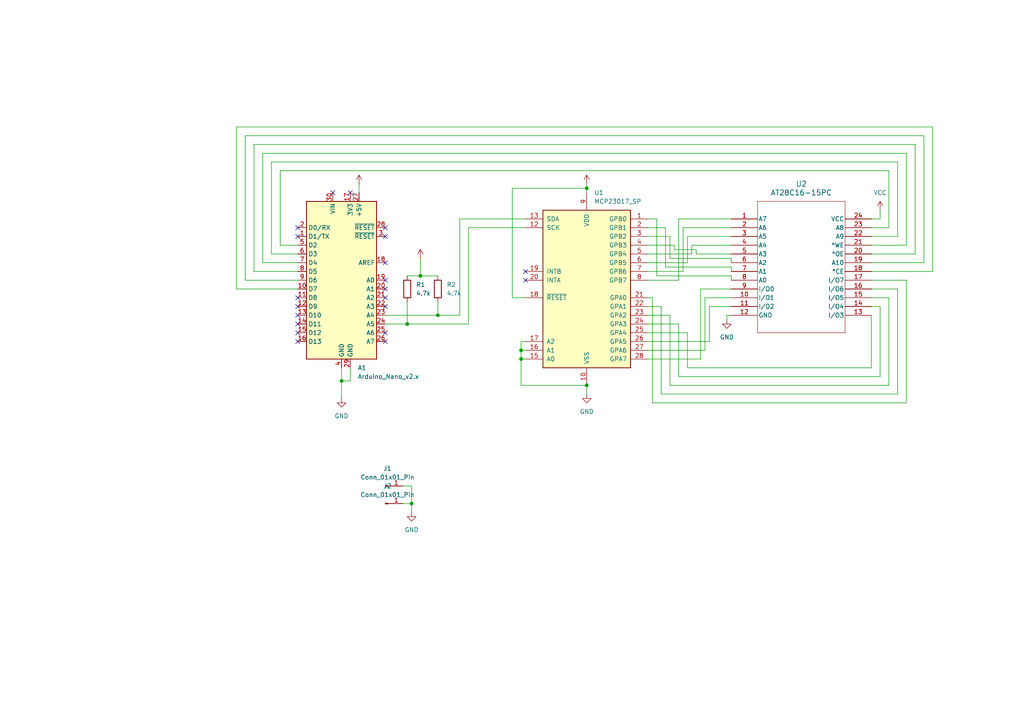
<source format=kicad_sch>
(kicad_sch (version 20250114) (generator "eeschema") (generator_version "9.0")
  (paper "A4")
  (lib_symbols
    (symbol "28C16A:AT28C16-15PC" (pin_names (offset 0.254))
      (property "Reference" "U" (at 20.32 10.16 0))
      (property "Value" "AT28C16-15PC" (at 20.32 7.62 0))
      (symbol "AT28C16-15PC_0_1"
        (polyline (pts (xy 7.62 5.08) (xy 7.62 -33.02)) (stroke (width 0.127)))
        (polyline (pts (xy 7.62 -33.02) (xy 33.02 -33.02)) (stroke (width 0.127)))
        (polyline (pts (xy 33.02 5.08) (xy 7.62 5.08)) (stroke (width 0.127)))
        (polyline (pts (xy 33.02 -33.02) (xy 33.02 5.08)) (stroke (width 0.127)))
        (pin bidirectional line (at 0 0 0) (length 7.62) (name "A7") (number "1"))
        (pin bidirectional line (at 0 -2.54 0) (length 7.62) (name "A6") (number "2"))
        (pin bidirectional line (at 0 -5.08 0) (length 7.62) (name "A5") (number "3"))
        (pin bidirectional line (at 0 -7.62 0) (length 7.62) (name "A4") (number "4"))
        (pin bidirectional line (at 0 -10.16 0) (length 7.62) (name "A3") (number "5"))
        (pin bidirectional line (at 0 -12.7 0) (length 7.62) (name "A2") (number "6"))
        (pin bidirectional line (at 0 -15.24 0) (length 7.62) (name "A1") (number "7"))
        (pin bidirectional line (at 0 -17.78 0) (length 7.62) (name "A0") (number "8"))
        (pin bidirectional line (at 0 -20.32 0) (length 7.62) (name "I/O0") (number "9"))
        (pin bidirectional line (at 0 -22.86 0) (length 7.62) (name "I/O1") (number "10"))
        (pin bidirectional line (at 0 -25.4 0) (length 7.62) (name "I/O2") (number "11"))
        (pin power_out line (at 0 -27.94 0) (length 7.62) (name "GND") (number "12"))
        (pin power_in line (at 40.64 0 180) (length 7.62) (name "VCC") (number "24"))
        (pin bidirectional line (at 40.64 -2.54 180) (length 7.62) (name "A8") (number "23"))
        (pin bidirectional line (at 40.64 -5.08 180) (length 7.62) (name "A9") (number "22"))
        (pin unspecified line (at 40.64 -7.62 180) (length 7.62) (name "*WE") (number "21"))
        (pin output line (at 40.64 -10.16 180) (length 7.62) (name "*OE") (number "20"))
        (pin bidirectional line (at 40.64 -12.7 180) (length 7.62) (name "A10") (number "19"))
        (pin unspecified line (at 40.64 -15.24 180) (length 7.62) (name "*CE") (number "18"))
        (pin bidirectional line (at 40.64 -17.78 180) (length 7.62) (name "I/O7") (number "17"))
        (pin bidirectional line (at 40.64 -20.32 180) (length 7.62) (name "I/O6") (number "16"))
        (pin bidirectional line (at 40.64 -22.86 180) (length 7.62) (name "I/O5") (number "15"))
        (pin bidirectional line (at 40.64 -25.4 180) (length 7.62) (name "I/O4") (number "14"))
        (pin bidirectional line (at 40.64 -27.94 180) (length 7.62) (name "I/O3") (number "13"))
      )
    )
    (symbol "Connector:Conn_01x01_Pin" (pin_names (offset 1.016) (hide yes))
      (property "Reference" "J" (at 0 2.54 0))
      (property "Value" "Conn_01x01_Pin" (at 0 -2.54 0))
      (symbol "Conn_01x01_Pin_1_1"
        (rectangle (start 0.8636 0.127) (end 0 -0.127) (stroke (width 0.1524)) (fill (type outline)))
        (polyline (pts (xy 1.27 0) (xy 0.8636 0)) (stroke (width 0.1524)))
        (pin passive line (at 5.08 0 180) (length 3.81) (name "Pin_1") (number "1"))
      )
    )
    (symbol "Device:R" (pin_numbers (hide yes)) (pin_names (offset 0))
      (property "Reference" "R" (at 2.032 0 90))
      (property "Value" "R" (at 0 0 90))
      (symbol "R_0_1"
        (rectangle (start -1.016 -2.54) (end 1.016 2.54) (stroke (width 0.254)))
      )
      (symbol "R_1_1"
        (pin passive line (at 0 3.81 270) (length 1.27) (name "~") (number "1"))
        (pin passive line (at 0 -3.81 90) (length 1.27) (name "~") (number "2"))
      )
    )
    (symbol "Interface_Expansion:MCP23017_SP" (pin_names (offset 1.016))
      (property "Reference" "U" (at -11.43 24.13 0))
      (property "Value" "MCP23017_SP" (at 0 0 0))
      (symbol "MCP23017_SP_0_1"
        (rectangle (start -12.7 22.86) (end 12.7 -22.86) (stroke (width 0.254)) (fill (type background)))
      )
      (symbol "MCP23017_SP_1_1"
        (pin bidirectional line (at -17.78 20.32 0) (length 5.08) (name "SDA") (number "13"))
        (pin input line (at -17.78 17.78 0) (length 5.08) (name "SCK") (number "12"))
        (pin tri_state line (at -17.78 5.08 0) (length 5.08) (name "INTB") (number "19"))
        (pin tri_state line (at -17.78 2.54 0) (length 5.08) (name "INTA") (number "20"))
        (pin input line (at -17.78 -2.54 0) (length 5.08) (name "~{RESET}") (number "18"))
        (pin input line (at -17.78 -15.24 0) (length 5.08) (name "A2") (number "17"))
        (pin input line (at -17.78 -17.78 0) (length 5.08) (name "A1") (number "16"))
        (pin input line (at -17.78 -20.32 0) (length 5.08) (name "A0") (number "15"))
        (pin no_connect line (at -12.7 15.24 0) (length 5.08) (hide yes) (name "NC") (number "11"))
        (pin no_connect line (at -12.7 12.7 0) (length 5.08) (hide yes) (name "NC") (number "14"))
        (pin power_in line (at 0 27.94 270) (length 5.08) (name "VDD") (number "9"))
        (pin power_in line (at 0 -27.94 90) (length 5.08) (name "VSS") (number "10"))
        (pin bidirectional line (at 17.78 20.32 180) (length 5.08) (name "GPB0") (number "1"))
        (pin bidirectional line (at 17.78 17.78 180) (length 5.08) (name "GPB1") (number "2"))
        (pin bidirectional line (at 17.78 15.24 180) (length 5.08) (name "GPB2") (number "3"))
        (pin bidirectional line (at 17.78 12.7 180) (length 5.08) (name "GPB3") (number "4"))
        (pin bidirectional line (at 17.78 10.16 180) (length 5.08) (name "GPB4") (number "5"))
        (pin bidirectional line (at 17.78 7.62 180) (length 5.08) (name "GPB5") (number "6"))
        (pin bidirectional line (at 17.78 5.08 180) (length 5.08) (name "GPB6") (number "7"))
        (pin output line (at 17.78 2.54 180) (length 5.08) (name "GPB7") (number "8"))
        (pin bidirectional line (at 17.78 -2.54 180) (length 5.08) (name "GPA0") (number "21"))
        (pin bidirectional line (at 17.78 -5.08 180) (length 5.08) (name "GPA1") (number "22"))
        (pin bidirectional line (at 17.78 -7.62 180) (length 5.08) (name "GPA2") (number "23"))
        (pin bidirectional line (at 17.78 -10.16 180) (length 5.08) (name "GPA3") (number "24"))
        (pin bidirectional line (at 17.78 -12.7 180) (length 5.08) (name "GPA4") (number "25"))
        (pin bidirectional line (at 17.78 -15.24 180) (length 5.08) (name "GPA5") (number "26"))
        (pin bidirectional line (at 17.78 -17.78 180) (length 5.08) (name "GPA6") (number "27"))
        (pin output line (at 17.78 -20.32 180) (length 5.08) (name "GPA7") (number "28"))
      )
    )
    (symbol "MCU_Module:Arduino_Nano_v2.x"
      (property "Reference" "A" (at -10.16 23.495 0))
      (property "Value" "Arduino_Nano_v2.x" (at 5.08 -24.13 0))
      (symbol "Arduino_Nano_v2.x_0_1"
        (rectangle (start -10.16 22.86) (end 10.16 -22.86) (stroke (width 0.254)) (fill (type background)))
      )
      (symbol "Arduino_Nano_v2.x_1_1"
        (pin bidirectional line (at -12.7 15.24 0) (length 2.54) (name "D0/RX") (number "2"))
        (pin bidirectional line (at -12.7 12.7 0) (length 2.54) (name "D1/TX") (number "1"))
        (pin bidirectional line (at -12.7 10.16 0) (length 2.54) (name "D2") (number "5"))
        (pin bidirectional line (at -12.7 7.62 0) (length 2.54) (name "D3") (number "6"))
        (pin bidirectional line (at -12.7 5.08 0) (length 2.54) (name "D4") (number "7"))
        (pin bidirectional line (at -12.7 2.54 0) (length 2.54) (name "D5") (number "8"))
        (pin bidirectional line (at -12.7 0 0) (length 2.54) (name "D6") (number "9"))
        (pin bidirectional line (at -12.7 -2.54 0) (length 2.54) (name "D7") (number "10"))
        (pin bidirectional line (at -12.7 -5.08 0) (length 2.54) (name "D8") (number "11"))
        (pin bidirectional line (at -12.7 -7.62 0) (length 2.54) (name "D9") (number "12"))
        (pin bidirectional line (at -12.7 -10.16 0) (length 2.54) (name "D10") (number "13"))
        (pin bidirectional line (at -12.7 -12.7 0) (length 2.54) (name "D11") (number "14"))
        (pin bidirectional line (at -12.7 -15.24 0) (length 2.54) (name "D12") (number "15"))
        (pin bidirectional line (at -12.7 -17.78 0) (length 2.54) (name "D13") (number "16"))
        (pin power_in line (at -2.54 25.4 270) (length 2.54) (name "VIN") (number "30"))
        (pin power_in line (at 0 -25.4 90) (length 2.54) (name "GND") (number "4"))
        (pin power_out line (at 2.54 25.4 270) (length 2.54) (name "3V3") (number "17"))
        (pin power_in line (at 2.54 -25.4 90) (length 2.54) (name "GND") (number "29"))
        (pin power_out line (at 5.08 25.4 270) (length 2.54) (name "+5V") (number "27"))
        (pin input line (at 12.7 15.24 180) (length 2.54) (name "~{RESET}") (number "28"))
        (pin input line (at 12.7 12.7 180) (length 2.54) (name "~{RESET}") (number "3"))
        (pin input line (at 12.7 5.08 180) (length 2.54) (name "AREF") (number "18"))
        (pin bidirectional line (at 12.7 0 180) (length 2.54) (name "A0") (number "19"))
        (pin bidirectional line (at 12.7 -2.54 180) (length 2.54) (name "A1") (number "20"))
        (pin bidirectional line (at 12.7 -5.08 180) (length 2.54) (name "A2") (number "21"))
        (pin bidirectional line (at 12.7 -7.62 180) (length 2.54) (name "A3") (number "22"))
        (pin bidirectional line (at 12.7 -10.16 180) (length 2.54) (name "A4") (number "23"))
        (pin bidirectional line (at 12.7 -12.7 180) (length 2.54) (name "A5") (number "24"))
        (pin bidirectional line (at 12.7 -15.24 180) (length 2.54) (name "A6") (number "25"))
        (pin bidirectional line (at 12.7 -17.78 180) (length 2.54) (name "A7") (number "26"))
      )
    )
    (symbol "power:GND" (power) (pin_numbers (hide yes)) (pin_names (offset 0) (hide yes))
      (property "Value" "GND" (at 0 -3.81 0))
      (symbol "GND_0_1"
        (polyline (pts (xy 0 0) (xy 0 -1.27) (xy 1.27 -1.27) (xy 0 -2.54) (xy -1.27 -1.27) (xy 0 -1.27)))
      )
      (symbol "GND_1_1"
        (pin power_in line (at 0 0 270) (length 0) (name "~") (number "1"))
      )
    )
    (symbol "power:VCC" (power) (pin_numbers (hide yes)) (pin_names (offset 0) (hide yes))
      (property "Value" "VCC" (at 0 3.556 0))
      (symbol "VCC_0_1"
        (polyline (pts (xy -0.762 1.27) (xy 0 2.54)))
        (polyline (pts (xy 0 2.54) (xy 0.762 1.27)))
        (polyline (pts (xy 0 0) (xy 0 2.54)))
      )
      (symbol "VCC_1_1"
        (pin power_in line (at 0 0 90) (length 0) (name "~") (number "1"))
      )
    )
  )
  (junction (at 170.18 111.76))
  (junction (at 170.18 54.61))
  (junction (at 151.13 101.6))
  (junction (at 151.13 104.14))
  (junction (at 127 91.44))
  (junction (at 119.38 146.05))
  (junction (at 118.11 93.98))
  (junction (at 121.92 80.01))
  (junction (at 99.06 110.49))
  (no_connect (at 111.76 96.52))
  (no_connect (at 111.76 76.2))
  (no_connect (at 86.36 86.36))
  (no_connect (at 111.76 83.82))
  (no_connect (at 111.76 88.9))
  (no_connect (at 111.76 81.28))
  (no_connect (at 86.36 93.98))
  (no_connect (at 111.76 86.36))
  (no_connect (at 111.76 68.58))
  (no_connect (at 152.4 81.28))
  (no_connect (at 86.36 91.44))
  (no_connect (at 152.4 78.74))
  (no_connect (at 101.6 55.88))
  (no_connect (at 86.36 96.52))
  (no_connect (at 111.76 66.04))
  (no_connect (at 86.36 68.58))
  (no_connect (at 111.76 99.06))
  (no_connect (at 96.52 55.88))
  (no_connect (at 86.36 88.9))
  (no_connect (at 86.36 99.06))
  (no_connect (at 86.36 66.04))
  (wire (pts (xy 204.47 101.6) (xy 204.47 86.36)))
  (wire (pts (xy 270.51 36.83) (xy 68.58 36.83)))
  (wire (pts (xy 127 87.63) (xy 127 91.44)))
  (wire (pts (xy 73.66 41.91) (xy 265.43 41.91)))
  (wire (pts (xy 262.89 81.28) (xy 252.73 81.28)))
  (wire (pts (xy 116.84 140.97) (xy 119.38 140.97)))
  (wire (pts (xy 191.77 88.9) (xy 187.96 88.9)))
  (wire (pts (xy 205.74 88.9) (xy 205.74 99.06)))
  (wire (pts (xy 199.39 106.68) (xy 252.73 106.68)))
  (wire (pts (xy 262.89 71.12) (xy 262.89 44.45)))
  (wire (pts (xy 187.96 68.58) (xy 194.31 68.58)))
  (wire (pts (xy 194.31 91.44) (xy 194.31 111.76)))
  (wire (pts (xy 111.76 91.44) (xy 127 91.44)))
  (wire (pts (xy 73.66 78.74) (xy 73.66 41.91)))
  (wire (pts (xy 260.35 68.58) (xy 252.73 68.58)))
  (wire (pts (xy 195.58 71.12) (xy 195.58 72.39)))
  (wire (pts (xy 194.31 111.76) (xy 257.81 111.76)))
  (wire (pts (xy 260.35 83.82) (xy 260.35 114.3)))
  (wire (pts (xy 101.6 106.68) (xy 101.6 110.49)))
  (wire (pts (xy 187.96 104.14) (xy 203.2 104.14)))
  (wire (pts (xy 78.74 73.66) (xy 78.74 46.99)))
  (wire (pts (xy 205.74 99.06) (xy 187.96 99.06)))
  (wire (pts (xy 198.12 66.04) (xy 212.09 66.04)))
  (wire (pts (xy 118.11 93.98) (xy 135.89 93.98)))
  (wire (pts (xy 255.27 88.9) (xy 255.27 109.22)))
  (wire (pts (xy 252.73 83.82) (xy 260.35 83.82)))
  (wire (pts (xy 255.27 109.22) (xy 196.85 109.22)))
  (wire (pts (xy 68.58 83.82) (xy 86.36 83.82)))
  (wire (pts (xy 260.35 46.99) (xy 260.35 68.58)))
  (wire (pts (xy 151.13 104.14) (xy 151.13 111.76)))
  (wire (pts (xy 252.73 88.9) (xy 255.27 88.9)))
  (wire (pts (xy 187.96 66.04) (xy 193.04 66.04)))
  (wire (pts (xy 200.66 73.66) (xy 200.66 71.12)))
  (wire (pts (xy 257.81 66.04) (xy 257.81 49.53)))
  (wire (pts (xy 212.09 88.9) (xy 205.74 88.9)))
  (wire (pts (xy 199.39 68.58) (xy 212.09 68.58)))
  (wire (pts (xy 187.96 76.2) (xy 199.39 76.2)))
  (wire (pts (xy 86.36 81.28) (xy 71.12 81.28)))
  (wire (pts (xy 76.2 44.45) (xy 76.2 76.2)))
  (wire (pts (xy 203.2 83.82) (xy 212.09 83.82)))
  (wire (pts (xy 152.4 99.06) (xy 151.13 99.06)))
  (wire (pts (xy 187.96 73.66) (xy 200.66 73.66)))
  (wire (pts (xy 201.93 73.66) (xy 212.09 73.66)))
  (wire (pts (xy 68.58 36.83) (xy 68.58 83.82)))
  (wire (pts (xy 191.77 114.3) (xy 191.77 88.9)))
  (wire (pts (xy 257.81 86.36) (xy 252.73 86.36)))
  (wire (pts (xy 194.31 74.93) (xy 212.09 74.93)))
  (wire (pts (xy 118.11 87.63) (xy 118.11 93.98)))
  (wire (pts (xy 196.85 81.28) (xy 196.85 63.5)))
  (wire (pts (xy 260.35 114.3) (xy 191.77 114.3)))
  (wire (pts (xy 99.06 106.68) (xy 99.06 110.49)))
  (wire (pts (xy 194.31 68.58) (xy 194.31 74.93)))
  (wire (pts (xy 76.2 76.2) (xy 86.36 76.2)))
  (wire (pts (xy 133.35 91.44) (xy 133.35 63.5)))
  (wire (pts (xy 111.76 93.98) (xy 118.11 93.98)))
  (wire (pts (xy 81.28 71.12) (xy 86.36 71.12)))
  (wire (pts (xy 255.27 63.5) (xy 255.27 60.96)))
  (wire (pts (xy 252.73 63.5) (xy 255.27 63.5)))
  (wire (pts (xy 151.13 99.06) (xy 151.13 101.6)))
  (wire (pts (xy 127 80.01) (xy 121.92 80.01)))
  (wire (pts (xy 196.85 109.22) (xy 196.85 93.98)))
  (wire (pts (xy 170.18 111.76) (xy 170.18 114.3)))
  (wire (pts (xy 193.04 66.04) (xy 193.04 77.47)))
  (wire (pts (xy 104.14 53.34) (xy 104.14 55.88)))
  (wire (pts (xy 252.73 71.12) (xy 262.89 71.12)))
  (wire (pts (xy 78.74 46.99) (xy 260.35 46.99)))
  (wire (pts (xy 212.09 91.44) (xy 210.82 91.44)))
  (wire (pts (xy 187.96 86.36) (xy 189.23 86.36)))
  (wire (pts (xy 151.13 111.76) (xy 170.18 111.76)))
  (wire (pts (xy 151.13 101.6) (xy 152.4 101.6)))
  (wire (pts (xy 189.23 86.36) (xy 189.23 116.84)))
  (wire (pts (xy 133.35 63.5) (xy 152.4 63.5)))
  (wire (pts (xy 212.09 74.93) (xy 212.09 76.2)))
  (wire (pts (xy 119.38 146.05) (xy 119.38 148.59)))
  (wire (pts (xy 71.12 39.37) (xy 267.97 39.37)))
  (wire (pts (xy 199.39 76.2) (xy 199.39 68.58)))
  (wire (pts (xy 170.18 53.34) (xy 170.18 54.61)))
  (wire (pts (xy 265.43 41.91) (xy 265.43 73.66)))
  (wire (pts (xy 262.89 44.45) (xy 76.2 44.45)))
  (wire (pts (xy 187.96 81.28) (xy 196.85 81.28)))
  (wire (pts (xy 252.73 106.68) (xy 252.73 91.44)))
  (wire (pts (xy 201.93 72.39) (xy 201.93 73.66)))
  (wire (pts (xy 270.51 78.74) (xy 270.51 36.83)))
  (wire (pts (xy 187.96 78.74) (xy 198.12 78.74)))
  (wire (pts (xy 148.59 54.61) (xy 170.18 54.61)))
  (wire (pts (xy 187.96 71.12) (xy 195.58 71.12)))
  (wire (pts (xy 196.85 93.98) (xy 187.96 93.98)))
  (wire (pts (xy 86.36 73.66) (xy 78.74 73.66)))
  (wire (pts (xy 152.4 86.36) (xy 148.59 86.36)))
  (wire (pts (xy 151.13 104.14) (xy 152.4 104.14)))
  (wire (pts (xy 187.96 63.5) (xy 190.5 63.5)))
  (wire (pts (xy 116.84 146.05) (xy 119.38 146.05)))
  (wire (pts (xy 135.89 66.04) (xy 135.89 93.98)))
  (wire (pts (xy 199.39 96.52) (xy 199.39 106.68)))
  (wire (pts (xy 204.47 86.36) (xy 212.09 86.36)))
  (wire (pts (xy 121.92 80.01) (xy 121.92 74.93)))
  (wire (pts (xy 127 91.44) (xy 133.35 91.44)))
  (wire (pts (xy 101.6 110.49) (xy 99.06 110.49)))
  (wire (pts (xy 198.12 78.74) (xy 198.12 66.04)))
  (wire (pts (xy 195.58 72.39) (xy 201.93 72.39)))
  (wire (pts (xy 257.81 111.76) (xy 257.81 86.36)))
  (wire (pts (xy 212.09 80.01) (xy 212.09 81.28)))
  (wire (pts (xy 203.2 104.14) (xy 203.2 83.82)))
  (wire (pts (xy 190.5 80.01) (xy 212.09 80.01)))
  (wire (pts (xy 148.59 86.36) (xy 148.59 54.61)))
  (wire (pts (xy 196.85 63.5) (xy 212.09 63.5)))
  (wire (pts (xy 265.43 73.66) (xy 252.73 73.66)))
  (wire (pts (xy 210.82 91.44) (xy 210.82 92.71)))
  (wire (pts (xy 257.81 49.53) (xy 81.28 49.53)))
  (wire (pts (xy 71.12 81.28) (xy 71.12 39.37)))
  (wire (pts (xy 252.73 66.04) (xy 257.81 66.04)))
  (wire (pts (xy 119.38 140.97) (xy 119.38 146.05)))
  (wire (pts (xy 99.06 110.49) (xy 99.06 115.57)))
  (wire (pts (xy 189.23 116.84) (xy 262.89 116.84)))
  (wire (pts (xy 151.13 101.6) (xy 151.13 104.14)))
  (wire (pts (xy 252.73 78.74) (xy 270.51 78.74)))
  (wire (pts (xy 86.36 78.74) (xy 73.66 78.74)))
  (wire (pts (xy 200.66 71.12) (xy 212.09 71.12)))
  (wire (pts (xy 187.96 101.6) (xy 204.47 101.6)))
  (wire (pts (xy 267.97 76.2) (xy 252.73 76.2)))
  (wire (pts (xy 190.5 63.5) (xy 190.5 80.01)))
  (wire (pts (xy 187.96 96.52) (xy 199.39 96.52)))
  (wire (pts (xy 81.28 49.53) (xy 81.28 71.12)))
  (wire (pts (xy 212.09 77.47) (xy 212.09 78.74)))
  (wire (pts (xy 267.97 39.37) (xy 267.97 76.2)))
  (wire (pts (xy 262.89 116.84) (xy 262.89 81.28)))
  (wire (pts (xy 187.96 91.44) (xy 194.31 91.44)))
  (wire (pts (xy 118.11 80.01) (xy 121.92 80.01)))
  (wire (pts (xy 170.18 54.61) (xy 170.18 55.88)))
  (wire (pts (xy 193.04 77.47) (xy 212.09 77.47)))
  (wire (pts (xy 152.4 66.04) (xy 135.89 66.04)))
  (symbol (lib_id "power:VCC") (at 121.92 74.93 0) (unit 1)
    (property "Reference" "#PWR08" (effects (hide yes)))
    (property "Value" "VCC" (effects (hide yes)))
    (property "Description" "Power symbol creates a global label with name \"VCC\"" (effects (hide yes)))
  )
  (symbol (lib_id "power:VCC") (at 104.14 53.34 0) (unit 1)
    (property "Reference" "#PWR04" (effects (hide yes)))
    (property "Value" "VCC" (effects (hide yes)))
    (property "Description" "Power symbol creates a global label with name \"VCC\"" (effects (hide yes)))
  )
  (symbol (lib_id "Device:R") (at 118.11 83.82 0) (unit 1)
    (property "Reference" "R1" (at 120.65 82.5499 0) (effects (justify left)))
    (property "Value" "4.7k" (at 120.65 85.0899 0) (effects (justify left)))
    (property "Footprint" "Resistor_THT:R_Axial_DIN0207_L6.3mm_D2.5mm_P7.62mm_Horizontal" (effects (hide yes)))
    (property "Description" "Resistor" (effects (hide yes)))
  )
  (symbol (lib_id "power:GND") (at 170.18 114.3 0) (unit 1)
    (property "Reference" "#PWR01" (effects (hide yes)))
    (property "Value" "GND" (at 170.18 119.38 0))
    (property "Description" "Power symbol creates a global label with name \"GND\" , ground" (effects (hide yes)))
  )
  (symbol (lib_id "Connector:Conn_01x01_Pin") (at 111.76 146.05 0) (unit 1)
    (property "Reference" "J2" (at 112.395 140.97 0))
    (property "Value" "Conn_01x01_Pin" (at 112.395 143.51 0))
    (property "Footprint" "Connector_PinHeader_1.00mm:PinHeader_1x01_P1.00mm_Vertical" (effects (hide yes)))
    (property "Description" "Generic connector, single row, 01x01, script generated" (effects (hide yes)))
  )
  (symbol (lib_id "power:GND") (at 210.82 92.71 0) (unit 1)
    (property "Reference" "#PWR02" (effects (hide yes)))
    (property "Value" "GND" (at 210.82 97.79 0))
    (property "Description" "Power symbol creates a global label with name \"GND\" , ground" (effects (hide yes)))
  )
  (symbol (lib_id "28C16A:AT28C16-15PC") (at 212.09 63.5 0) (unit 1)
    (property "Reference" "U2" (at 232.41 53.34 0) (effects (font (size 1.524 1.524))))
    (property "Value" "AT28C16-15PC" (at 232.41 55.88 0) (effects (font (size 1.524 1.524))))
    (property "Footprint" "Package_DIP:DIP-24_18.0mmx34.29mm_W15.24mm" (effects (hide yes)))
    (property "Datasheet" "AT28C16-15PC" (effects (hide yes)))
  )
  (symbol (lib_id "Connector:Conn_01x01_Pin") (at 111.76 140.97 0) (unit 1)
    (property "Reference" "J1" (at 112.395 135.89 0))
    (property "Value" "Conn_01x01_Pin" (at 112.395 138.43 0))
    (property "Footprint" "Connector_PinHeader_1.00mm:PinHeader_1x01_P1.00mm_Vertical" (effects (hide yes)))
    (property "Description" "Generic connector, single row, 01x01, script generated" (effects (hide yes)))
  )
  (symbol (lib_id "Interface_Expansion:MCP23017_SP") (at 170.18 83.82 0) (unit 1)
    (property "Reference" "U1" (at 172.3233 55.88 0) (effects (justify left)))
    (property "Value" "MCP23017_SP" (at 172.3233 58.42 0) (effects (justify left)))
    (property "Footprint" "Package_DIP:DIP-28_W7.62mm" (effects (hide yes)))
    (property "Datasheet" "https://ww1.microchip.com/downloads/aemDocuments/documents/APID/ProductDocuments/DataSheets/MCP23017-Data-Sheet-DS20001952.pdf" (effects (hide yes)))
    (property "Description" "16-bit I/O expander, I2C, interrupts, w pull-ups, SPDIP-28" (effects (hide yes)))
  )
  (symbol (lib_id "power:VCC") (at 170.18 53.34 0) (unit 1)
    (property "Reference" "#PWR05" (effects (hide yes)))
    (property "Value" "VCC" (effects (hide yes)))
    (property "Description" "Power symbol creates a global label with name \"VCC\"" (effects (hide yes)))
  )
  (symbol (lib_id "power:VCC") (at 255.27 60.96 0) (unit 1)
    (property "Reference" "#PWR06" (effects (hide yes)))
    (property "Value" "VCC" (at 255.27 55.88 0))
    (property "Description" "Power symbol creates a global label with name \"VCC\"" (effects (hide yes)))
  )
  (symbol (lib_id "power:GND") (at 119.38 148.59 0) (unit 1)
    (property "Reference" "#PWR07" (effects (hide yes)))
    (property "Value" "GND" (at 119.38 153.67 0))
    (property "Description" "Power symbol creates a global label with name \"GND\" , ground" (effects (hide yes)))
  )
  (symbol (lib_id "MCU_Module:Arduino_Nano_v2.x") (at 99.06 81.28 0) (unit 1)
    (property "Reference" "A1" (at 103.7433 106.68 0) (effects (justify left)))
    (property "Value" "Arduino_Nano_v2.x" (at 103.7433 109.22 0) (effects (justify left)))
    (property "Footprint" "Module:Arduino_Nano" (effects (hide yes)))
    (property "Datasheet" "https://www.arduino.cc/en/uploads/Main/ArduinoNanoManual23.pdf" (effects (hide yes)))
    (property "Description" "Arduino Nano v2.x" (effects (hide yes)))
  )
  (symbol (lib_id "Device:R") (at 127 83.82 0) (unit 1)
    (property "Reference" "R2" (at 129.54 82.5499 0) (effects (justify left)))
    (property "Value" "4.7k" (at 129.54 85.0899 0) (effects (justify left)))
    (property "Footprint" "Resistor_THT:R_Axial_DIN0207_L6.3mm_D2.5mm_P7.62mm_Horizontal" (effects (hide yes)))
    (property "Description" "Resistor" (effects (hide yes)))
  )
  (symbol (lib_id "power:GND") (at 99.06 115.57 0) (unit 1)
    (property "Reference" "#PWR03" (effects (hide yes)))
    (property "Value" "GND" (at 99.06 120.65 0))
    (property "Description" "Power symbol creates a global label with name \"GND\" , ground" (effects (hide yes)))
  )
)
</source>
